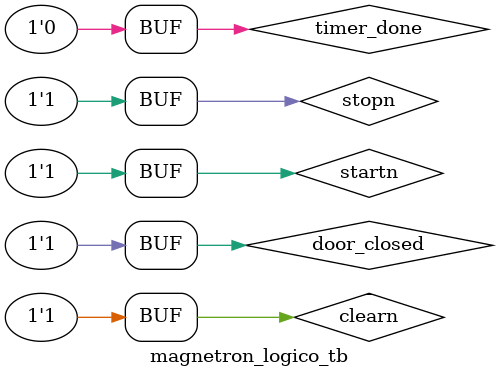
<source format=v>
`timescale 1ns/1ps
`include "magnetron_logico.v"

module magnetron_logico_tb ();

    reg startn;
    reg stopn;
    reg clearn;
    reg door_closed;
    reg timer_done;
    wire S;
    wire R;

    magnetron_logico dut (startn, stopn, clearn, door_closed, timer_done, S, R);

    initial begin

        $dumpfile("magnetron_logico.vcd");
        $dumpvars(0, magnetron_logico_tb);

        startn = 1; stopn = 1; clearn = 1; door_closed = 1; timer_done = 0; #10;
        startn = 0; stopn = 1; clearn = 1; door_closed = 1; timer_done = 0; #10;
        startn = 1; stopn = 0; clearn = 1; door_closed = 1; timer_done = 0; #10;
        startn = 1; stopn = 1; clearn = 0; door_closed = 1; timer_done = 0; #10;
        startn = 1; stopn = 1; clearn = 1; door_closed = 0; timer_done = 0; #10;
        startn = 1; stopn = 1; clearn = 1; door_closed = 1; timer_done = 1; #10;
        startn = 1; stopn = 1; clearn = 1; door_closed = 1; timer_done = 0; #10;

    end
    
endmodule
</source>
